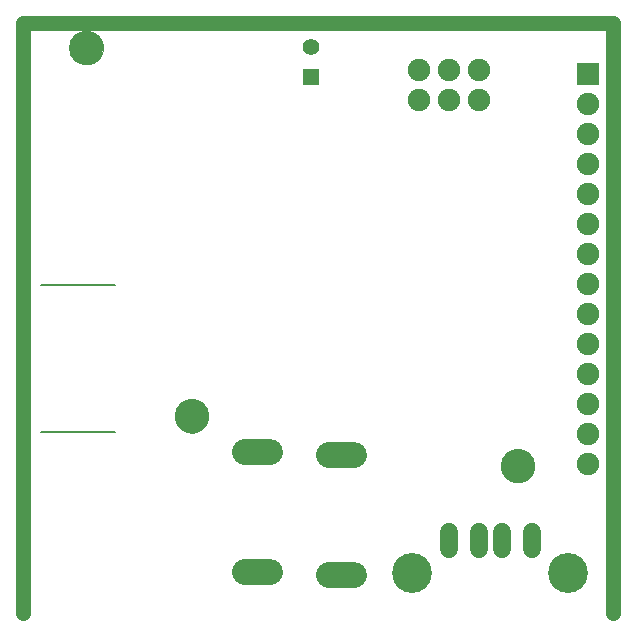
<source format=gbs>
G75*
%MOIN*%
%OFA0B0*%
%FSLAX25Y25*%
%IPPOS*%
%LPD*%
%AMOC8*
5,1,8,0,0,1.08239X$1,22.5*
%
%ADD10C,0.05000*%
%ADD11C,0.00000*%
%ADD12C,0.11424*%
%ADD13C,0.06000*%
%ADD14C,0.13300*%
%ADD15C,0.07487*%
%ADD16R,0.07487X0.07487*%
%ADD17C,0.00500*%
%ADD18R,0.05550X0.05550*%
%ADD19C,0.05550*%
%ADD20C,0.08668*%
D10*
X0012331Y0032803D02*
X0012331Y0229654D01*
X0209181Y0229654D01*
X0209181Y0032803D01*
D11*
X0171779Y0082016D02*
X0171781Y0082164D01*
X0171787Y0082312D01*
X0171797Y0082460D01*
X0171811Y0082607D01*
X0171829Y0082754D01*
X0171850Y0082900D01*
X0171876Y0083046D01*
X0171906Y0083191D01*
X0171939Y0083335D01*
X0171977Y0083478D01*
X0172018Y0083620D01*
X0172063Y0083761D01*
X0172111Y0083901D01*
X0172164Y0084040D01*
X0172220Y0084177D01*
X0172280Y0084312D01*
X0172343Y0084446D01*
X0172410Y0084578D01*
X0172481Y0084708D01*
X0172555Y0084836D01*
X0172632Y0084962D01*
X0172713Y0085086D01*
X0172797Y0085208D01*
X0172884Y0085327D01*
X0172975Y0085444D01*
X0173069Y0085559D01*
X0173165Y0085671D01*
X0173265Y0085781D01*
X0173367Y0085887D01*
X0173473Y0085991D01*
X0173581Y0086092D01*
X0173692Y0086190D01*
X0173805Y0086286D01*
X0173921Y0086378D01*
X0174039Y0086467D01*
X0174160Y0086552D01*
X0174283Y0086635D01*
X0174408Y0086714D01*
X0174535Y0086790D01*
X0174664Y0086862D01*
X0174795Y0086931D01*
X0174928Y0086996D01*
X0175063Y0087057D01*
X0175199Y0087115D01*
X0175336Y0087170D01*
X0175475Y0087220D01*
X0175616Y0087267D01*
X0175757Y0087310D01*
X0175900Y0087350D01*
X0176044Y0087385D01*
X0176188Y0087417D01*
X0176334Y0087444D01*
X0176480Y0087468D01*
X0176627Y0087488D01*
X0176774Y0087504D01*
X0176921Y0087516D01*
X0177069Y0087524D01*
X0177217Y0087528D01*
X0177365Y0087528D01*
X0177513Y0087524D01*
X0177661Y0087516D01*
X0177808Y0087504D01*
X0177955Y0087488D01*
X0178102Y0087468D01*
X0178248Y0087444D01*
X0178394Y0087417D01*
X0178538Y0087385D01*
X0178682Y0087350D01*
X0178825Y0087310D01*
X0178966Y0087267D01*
X0179107Y0087220D01*
X0179246Y0087170D01*
X0179383Y0087115D01*
X0179519Y0087057D01*
X0179654Y0086996D01*
X0179787Y0086931D01*
X0179918Y0086862D01*
X0180047Y0086790D01*
X0180174Y0086714D01*
X0180299Y0086635D01*
X0180422Y0086552D01*
X0180543Y0086467D01*
X0180661Y0086378D01*
X0180777Y0086286D01*
X0180890Y0086190D01*
X0181001Y0086092D01*
X0181109Y0085991D01*
X0181215Y0085887D01*
X0181317Y0085781D01*
X0181417Y0085671D01*
X0181513Y0085559D01*
X0181607Y0085444D01*
X0181698Y0085327D01*
X0181785Y0085208D01*
X0181869Y0085086D01*
X0181950Y0084962D01*
X0182027Y0084836D01*
X0182101Y0084708D01*
X0182172Y0084578D01*
X0182239Y0084446D01*
X0182302Y0084312D01*
X0182362Y0084177D01*
X0182418Y0084040D01*
X0182471Y0083901D01*
X0182519Y0083761D01*
X0182564Y0083620D01*
X0182605Y0083478D01*
X0182643Y0083335D01*
X0182676Y0083191D01*
X0182706Y0083046D01*
X0182732Y0082900D01*
X0182753Y0082754D01*
X0182771Y0082607D01*
X0182785Y0082460D01*
X0182795Y0082312D01*
X0182801Y0082164D01*
X0182803Y0082016D01*
X0182801Y0081868D01*
X0182795Y0081720D01*
X0182785Y0081572D01*
X0182771Y0081425D01*
X0182753Y0081278D01*
X0182732Y0081132D01*
X0182706Y0080986D01*
X0182676Y0080841D01*
X0182643Y0080697D01*
X0182605Y0080554D01*
X0182564Y0080412D01*
X0182519Y0080271D01*
X0182471Y0080131D01*
X0182418Y0079992D01*
X0182362Y0079855D01*
X0182302Y0079720D01*
X0182239Y0079586D01*
X0182172Y0079454D01*
X0182101Y0079324D01*
X0182027Y0079196D01*
X0181950Y0079070D01*
X0181869Y0078946D01*
X0181785Y0078824D01*
X0181698Y0078705D01*
X0181607Y0078588D01*
X0181513Y0078473D01*
X0181417Y0078361D01*
X0181317Y0078251D01*
X0181215Y0078145D01*
X0181109Y0078041D01*
X0181001Y0077940D01*
X0180890Y0077842D01*
X0180777Y0077746D01*
X0180661Y0077654D01*
X0180543Y0077565D01*
X0180422Y0077480D01*
X0180299Y0077397D01*
X0180174Y0077318D01*
X0180047Y0077242D01*
X0179918Y0077170D01*
X0179787Y0077101D01*
X0179654Y0077036D01*
X0179519Y0076975D01*
X0179383Y0076917D01*
X0179246Y0076862D01*
X0179107Y0076812D01*
X0178966Y0076765D01*
X0178825Y0076722D01*
X0178682Y0076682D01*
X0178538Y0076647D01*
X0178394Y0076615D01*
X0178248Y0076588D01*
X0178102Y0076564D01*
X0177955Y0076544D01*
X0177808Y0076528D01*
X0177661Y0076516D01*
X0177513Y0076508D01*
X0177365Y0076504D01*
X0177217Y0076504D01*
X0177069Y0076508D01*
X0176921Y0076516D01*
X0176774Y0076528D01*
X0176627Y0076544D01*
X0176480Y0076564D01*
X0176334Y0076588D01*
X0176188Y0076615D01*
X0176044Y0076647D01*
X0175900Y0076682D01*
X0175757Y0076722D01*
X0175616Y0076765D01*
X0175475Y0076812D01*
X0175336Y0076862D01*
X0175199Y0076917D01*
X0175063Y0076975D01*
X0174928Y0077036D01*
X0174795Y0077101D01*
X0174664Y0077170D01*
X0174535Y0077242D01*
X0174408Y0077318D01*
X0174283Y0077397D01*
X0174160Y0077480D01*
X0174039Y0077565D01*
X0173921Y0077654D01*
X0173805Y0077746D01*
X0173692Y0077842D01*
X0173581Y0077940D01*
X0173473Y0078041D01*
X0173367Y0078145D01*
X0173265Y0078251D01*
X0173165Y0078361D01*
X0173069Y0078473D01*
X0172975Y0078588D01*
X0172884Y0078705D01*
X0172797Y0078824D01*
X0172713Y0078946D01*
X0172632Y0079070D01*
X0172555Y0079196D01*
X0172481Y0079324D01*
X0172410Y0079454D01*
X0172343Y0079586D01*
X0172280Y0079720D01*
X0172220Y0079855D01*
X0172164Y0079992D01*
X0172111Y0080131D01*
X0172063Y0080271D01*
X0172018Y0080412D01*
X0171977Y0080554D01*
X0171939Y0080697D01*
X0171906Y0080841D01*
X0171876Y0080986D01*
X0171850Y0081132D01*
X0171829Y0081278D01*
X0171811Y0081425D01*
X0171797Y0081572D01*
X0171787Y0081720D01*
X0171781Y0081868D01*
X0171779Y0082016D01*
X0063118Y0098551D02*
X0063120Y0098699D01*
X0063126Y0098847D01*
X0063136Y0098995D01*
X0063150Y0099142D01*
X0063168Y0099289D01*
X0063189Y0099435D01*
X0063215Y0099581D01*
X0063245Y0099726D01*
X0063278Y0099870D01*
X0063316Y0100013D01*
X0063357Y0100155D01*
X0063402Y0100296D01*
X0063450Y0100436D01*
X0063503Y0100575D01*
X0063559Y0100712D01*
X0063619Y0100847D01*
X0063682Y0100981D01*
X0063749Y0101113D01*
X0063820Y0101243D01*
X0063894Y0101371D01*
X0063971Y0101497D01*
X0064052Y0101621D01*
X0064136Y0101743D01*
X0064223Y0101862D01*
X0064314Y0101979D01*
X0064408Y0102094D01*
X0064504Y0102206D01*
X0064604Y0102316D01*
X0064706Y0102422D01*
X0064812Y0102526D01*
X0064920Y0102627D01*
X0065031Y0102725D01*
X0065144Y0102821D01*
X0065260Y0102913D01*
X0065378Y0103002D01*
X0065499Y0103087D01*
X0065622Y0103170D01*
X0065747Y0103249D01*
X0065874Y0103325D01*
X0066003Y0103397D01*
X0066134Y0103466D01*
X0066267Y0103531D01*
X0066402Y0103592D01*
X0066538Y0103650D01*
X0066675Y0103705D01*
X0066814Y0103755D01*
X0066955Y0103802D01*
X0067096Y0103845D01*
X0067239Y0103885D01*
X0067383Y0103920D01*
X0067527Y0103952D01*
X0067673Y0103979D01*
X0067819Y0104003D01*
X0067966Y0104023D01*
X0068113Y0104039D01*
X0068260Y0104051D01*
X0068408Y0104059D01*
X0068556Y0104063D01*
X0068704Y0104063D01*
X0068852Y0104059D01*
X0069000Y0104051D01*
X0069147Y0104039D01*
X0069294Y0104023D01*
X0069441Y0104003D01*
X0069587Y0103979D01*
X0069733Y0103952D01*
X0069877Y0103920D01*
X0070021Y0103885D01*
X0070164Y0103845D01*
X0070305Y0103802D01*
X0070446Y0103755D01*
X0070585Y0103705D01*
X0070722Y0103650D01*
X0070858Y0103592D01*
X0070993Y0103531D01*
X0071126Y0103466D01*
X0071257Y0103397D01*
X0071386Y0103325D01*
X0071513Y0103249D01*
X0071638Y0103170D01*
X0071761Y0103087D01*
X0071882Y0103002D01*
X0072000Y0102913D01*
X0072116Y0102821D01*
X0072229Y0102725D01*
X0072340Y0102627D01*
X0072448Y0102526D01*
X0072554Y0102422D01*
X0072656Y0102316D01*
X0072756Y0102206D01*
X0072852Y0102094D01*
X0072946Y0101979D01*
X0073037Y0101862D01*
X0073124Y0101743D01*
X0073208Y0101621D01*
X0073289Y0101497D01*
X0073366Y0101371D01*
X0073440Y0101243D01*
X0073511Y0101113D01*
X0073578Y0100981D01*
X0073641Y0100847D01*
X0073701Y0100712D01*
X0073757Y0100575D01*
X0073810Y0100436D01*
X0073858Y0100296D01*
X0073903Y0100155D01*
X0073944Y0100013D01*
X0073982Y0099870D01*
X0074015Y0099726D01*
X0074045Y0099581D01*
X0074071Y0099435D01*
X0074092Y0099289D01*
X0074110Y0099142D01*
X0074124Y0098995D01*
X0074134Y0098847D01*
X0074140Y0098699D01*
X0074142Y0098551D01*
X0074140Y0098403D01*
X0074134Y0098255D01*
X0074124Y0098107D01*
X0074110Y0097960D01*
X0074092Y0097813D01*
X0074071Y0097667D01*
X0074045Y0097521D01*
X0074015Y0097376D01*
X0073982Y0097232D01*
X0073944Y0097089D01*
X0073903Y0096947D01*
X0073858Y0096806D01*
X0073810Y0096666D01*
X0073757Y0096527D01*
X0073701Y0096390D01*
X0073641Y0096255D01*
X0073578Y0096121D01*
X0073511Y0095989D01*
X0073440Y0095859D01*
X0073366Y0095731D01*
X0073289Y0095605D01*
X0073208Y0095481D01*
X0073124Y0095359D01*
X0073037Y0095240D01*
X0072946Y0095123D01*
X0072852Y0095008D01*
X0072756Y0094896D01*
X0072656Y0094786D01*
X0072554Y0094680D01*
X0072448Y0094576D01*
X0072340Y0094475D01*
X0072229Y0094377D01*
X0072116Y0094281D01*
X0072000Y0094189D01*
X0071882Y0094100D01*
X0071761Y0094015D01*
X0071638Y0093932D01*
X0071513Y0093853D01*
X0071386Y0093777D01*
X0071257Y0093705D01*
X0071126Y0093636D01*
X0070993Y0093571D01*
X0070858Y0093510D01*
X0070722Y0093452D01*
X0070585Y0093397D01*
X0070446Y0093347D01*
X0070305Y0093300D01*
X0070164Y0093257D01*
X0070021Y0093217D01*
X0069877Y0093182D01*
X0069733Y0093150D01*
X0069587Y0093123D01*
X0069441Y0093099D01*
X0069294Y0093079D01*
X0069147Y0093063D01*
X0069000Y0093051D01*
X0068852Y0093043D01*
X0068704Y0093039D01*
X0068556Y0093039D01*
X0068408Y0093043D01*
X0068260Y0093051D01*
X0068113Y0093063D01*
X0067966Y0093079D01*
X0067819Y0093099D01*
X0067673Y0093123D01*
X0067527Y0093150D01*
X0067383Y0093182D01*
X0067239Y0093217D01*
X0067096Y0093257D01*
X0066955Y0093300D01*
X0066814Y0093347D01*
X0066675Y0093397D01*
X0066538Y0093452D01*
X0066402Y0093510D01*
X0066267Y0093571D01*
X0066134Y0093636D01*
X0066003Y0093705D01*
X0065874Y0093777D01*
X0065747Y0093853D01*
X0065622Y0093932D01*
X0065499Y0094015D01*
X0065378Y0094100D01*
X0065260Y0094189D01*
X0065144Y0094281D01*
X0065031Y0094377D01*
X0064920Y0094475D01*
X0064812Y0094576D01*
X0064706Y0094680D01*
X0064604Y0094786D01*
X0064504Y0094896D01*
X0064408Y0095008D01*
X0064314Y0095123D01*
X0064223Y0095240D01*
X0064136Y0095359D01*
X0064052Y0095481D01*
X0063971Y0095605D01*
X0063894Y0095731D01*
X0063820Y0095859D01*
X0063749Y0095989D01*
X0063682Y0096121D01*
X0063619Y0096255D01*
X0063559Y0096390D01*
X0063503Y0096527D01*
X0063450Y0096666D01*
X0063402Y0096806D01*
X0063357Y0096947D01*
X0063316Y0097089D01*
X0063278Y0097232D01*
X0063245Y0097376D01*
X0063215Y0097521D01*
X0063189Y0097667D01*
X0063168Y0097813D01*
X0063150Y0097960D01*
X0063136Y0098107D01*
X0063126Y0098255D01*
X0063120Y0098403D01*
X0063118Y0098551D01*
X0028079Y0221386D02*
X0028081Y0221534D01*
X0028087Y0221682D01*
X0028097Y0221830D01*
X0028111Y0221977D01*
X0028129Y0222124D01*
X0028150Y0222270D01*
X0028176Y0222416D01*
X0028206Y0222561D01*
X0028239Y0222705D01*
X0028277Y0222848D01*
X0028318Y0222990D01*
X0028363Y0223131D01*
X0028411Y0223271D01*
X0028464Y0223410D01*
X0028520Y0223547D01*
X0028580Y0223682D01*
X0028643Y0223816D01*
X0028710Y0223948D01*
X0028781Y0224078D01*
X0028855Y0224206D01*
X0028932Y0224332D01*
X0029013Y0224456D01*
X0029097Y0224578D01*
X0029184Y0224697D01*
X0029275Y0224814D01*
X0029369Y0224929D01*
X0029465Y0225041D01*
X0029565Y0225151D01*
X0029667Y0225257D01*
X0029773Y0225361D01*
X0029881Y0225462D01*
X0029992Y0225560D01*
X0030105Y0225656D01*
X0030221Y0225748D01*
X0030339Y0225837D01*
X0030460Y0225922D01*
X0030583Y0226005D01*
X0030708Y0226084D01*
X0030835Y0226160D01*
X0030964Y0226232D01*
X0031095Y0226301D01*
X0031228Y0226366D01*
X0031363Y0226427D01*
X0031499Y0226485D01*
X0031636Y0226540D01*
X0031775Y0226590D01*
X0031916Y0226637D01*
X0032057Y0226680D01*
X0032200Y0226720D01*
X0032344Y0226755D01*
X0032488Y0226787D01*
X0032634Y0226814D01*
X0032780Y0226838D01*
X0032927Y0226858D01*
X0033074Y0226874D01*
X0033221Y0226886D01*
X0033369Y0226894D01*
X0033517Y0226898D01*
X0033665Y0226898D01*
X0033813Y0226894D01*
X0033961Y0226886D01*
X0034108Y0226874D01*
X0034255Y0226858D01*
X0034402Y0226838D01*
X0034548Y0226814D01*
X0034694Y0226787D01*
X0034838Y0226755D01*
X0034982Y0226720D01*
X0035125Y0226680D01*
X0035266Y0226637D01*
X0035407Y0226590D01*
X0035546Y0226540D01*
X0035683Y0226485D01*
X0035819Y0226427D01*
X0035954Y0226366D01*
X0036087Y0226301D01*
X0036218Y0226232D01*
X0036347Y0226160D01*
X0036474Y0226084D01*
X0036599Y0226005D01*
X0036722Y0225922D01*
X0036843Y0225837D01*
X0036961Y0225748D01*
X0037077Y0225656D01*
X0037190Y0225560D01*
X0037301Y0225462D01*
X0037409Y0225361D01*
X0037515Y0225257D01*
X0037617Y0225151D01*
X0037717Y0225041D01*
X0037813Y0224929D01*
X0037907Y0224814D01*
X0037998Y0224697D01*
X0038085Y0224578D01*
X0038169Y0224456D01*
X0038250Y0224332D01*
X0038327Y0224206D01*
X0038401Y0224078D01*
X0038472Y0223948D01*
X0038539Y0223816D01*
X0038602Y0223682D01*
X0038662Y0223547D01*
X0038718Y0223410D01*
X0038771Y0223271D01*
X0038819Y0223131D01*
X0038864Y0222990D01*
X0038905Y0222848D01*
X0038943Y0222705D01*
X0038976Y0222561D01*
X0039006Y0222416D01*
X0039032Y0222270D01*
X0039053Y0222124D01*
X0039071Y0221977D01*
X0039085Y0221830D01*
X0039095Y0221682D01*
X0039101Y0221534D01*
X0039103Y0221386D01*
X0039101Y0221238D01*
X0039095Y0221090D01*
X0039085Y0220942D01*
X0039071Y0220795D01*
X0039053Y0220648D01*
X0039032Y0220502D01*
X0039006Y0220356D01*
X0038976Y0220211D01*
X0038943Y0220067D01*
X0038905Y0219924D01*
X0038864Y0219782D01*
X0038819Y0219641D01*
X0038771Y0219501D01*
X0038718Y0219362D01*
X0038662Y0219225D01*
X0038602Y0219090D01*
X0038539Y0218956D01*
X0038472Y0218824D01*
X0038401Y0218694D01*
X0038327Y0218566D01*
X0038250Y0218440D01*
X0038169Y0218316D01*
X0038085Y0218194D01*
X0037998Y0218075D01*
X0037907Y0217958D01*
X0037813Y0217843D01*
X0037717Y0217731D01*
X0037617Y0217621D01*
X0037515Y0217515D01*
X0037409Y0217411D01*
X0037301Y0217310D01*
X0037190Y0217212D01*
X0037077Y0217116D01*
X0036961Y0217024D01*
X0036843Y0216935D01*
X0036722Y0216850D01*
X0036599Y0216767D01*
X0036474Y0216688D01*
X0036347Y0216612D01*
X0036218Y0216540D01*
X0036087Y0216471D01*
X0035954Y0216406D01*
X0035819Y0216345D01*
X0035683Y0216287D01*
X0035546Y0216232D01*
X0035407Y0216182D01*
X0035266Y0216135D01*
X0035125Y0216092D01*
X0034982Y0216052D01*
X0034838Y0216017D01*
X0034694Y0215985D01*
X0034548Y0215958D01*
X0034402Y0215934D01*
X0034255Y0215914D01*
X0034108Y0215898D01*
X0033961Y0215886D01*
X0033813Y0215878D01*
X0033665Y0215874D01*
X0033517Y0215874D01*
X0033369Y0215878D01*
X0033221Y0215886D01*
X0033074Y0215898D01*
X0032927Y0215914D01*
X0032780Y0215934D01*
X0032634Y0215958D01*
X0032488Y0215985D01*
X0032344Y0216017D01*
X0032200Y0216052D01*
X0032057Y0216092D01*
X0031916Y0216135D01*
X0031775Y0216182D01*
X0031636Y0216232D01*
X0031499Y0216287D01*
X0031363Y0216345D01*
X0031228Y0216406D01*
X0031095Y0216471D01*
X0030964Y0216540D01*
X0030835Y0216612D01*
X0030708Y0216688D01*
X0030583Y0216767D01*
X0030460Y0216850D01*
X0030339Y0216935D01*
X0030221Y0217024D01*
X0030105Y0217116D01*
X0029992Y0217212D01*
X0029881Y0217310D01*
X0029773Y0217411D01*
X0029667Y0217515D01*
X0029565Y0217621D01*
X0029465Y0217731D01*
X0029369Y0217843D01*
X0029275Y0217958D01*
X0029184Y0218075D01*
X0029097Y0218194D01*
X0029013Y0218316D01*
X0028932Y0218440D01*
X0028855Y0218566D01*
X0028781Y0218694D01*
X0028710Y0218824D01*
X0028643Y0218956D01*
X0028580Y0219090D01*
X0028520Y0219225D01*
X0028464Y0219362D01*
X0028411Y0219501D01*
X0028363Y0219641D01*
X0028318Y0219782D01*
X0028277Y0219924D01*
X0028239Y0220067D01*
X0028206Y0220211D01*
X0028176Y0220356D01*
X0028150Y0220502D01*
X0028129Y0220648D01*
X0028111Y0220795D01*
X0028097Y0220942D01*
X0028087Y0221090D01*
X0028081Y0221238D01*
X0028079Y0221386D01*
D12*
X0033591Y0221386D03*
X0068630Y0098551D03*
X0177291Y0082016D03*
D13*
X0182016Y0059776D02*
X0182016Y0054176D01*
X0172173Y0054176D02*
X0172173Y0059776D01*
X0164299Y0059776D02*
X0164299Y0054176D01*
X0154457Y0054176D02*
X0154457Y0059776D01*
D14*
X0142252Y0046307D03*
X0194220Y0046307D03*
D15*
X0200756Y0082567D03*
X0200756Y0092567D03*
X0200756Y0102567D03*
X0200756Y0112567D03*
X0200756Y0122567D03*
X0200756Y0132567D03*
X0200756Y0142567D03*
X0200756Y0152567D03*
X0200756Y0162567D03*
X0200756Y0172567D03*
X0200756Y0182567D03*
X0200756Y0192567D03*
X0200756Y0202567D03*
X0164457Y0203984D03*
X0164457Y0213984D03*
X0154457Y0213984D03*
X0154457Y0203984D03*
X0144457Y0203984D03*
X0144457Y0213984D03*
D16*
X0200756Y0212567D03*
D17*
X0043197Y0142134D02*
X0018394Y0142134D01*
X0018394Y0093315D02*
X0043197Y0093315D01*
D18*
X0108315Y0211583D03*
D19*
X0108315Y0221583D03*
D20*
X0094732Y0086465D02*
X0086465Y0086465D01*
X0114417Y0085677D02*
X0122685Y0085677D01*
X0122685Y0045677D02*
X0114417Y0045677D01*
X0094732Y0046465D02*
X0086465Y0046465D01*
M02*

</source>
